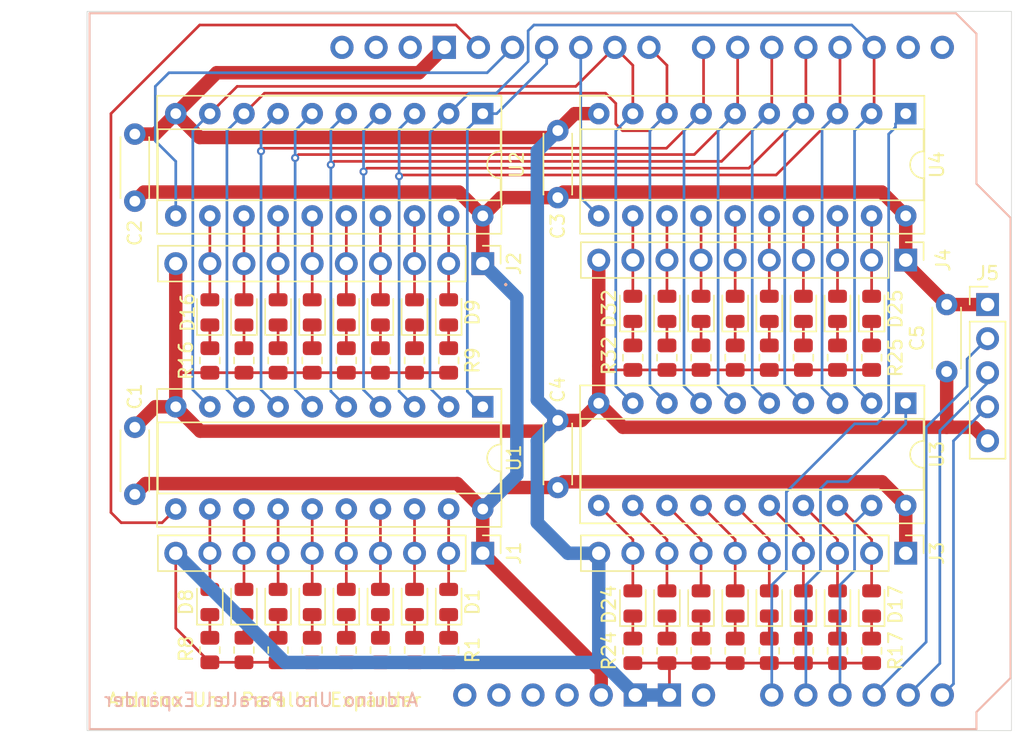
<source format=kicad_pcb>
(kicad_pcb (version 20240108) (generator "pcbnew") (generator_version "8.0")
  (layers (0 "F.Cu" signal) (31 "B.Cu" signal) (34 "B.Paste" user) (35 "F.Paste" user) (36 "B.SilkS" user "B.Silkscreen") (37 "F.SilkS" user "F.Silkscreen") (38 "B.Mask" user) (39 "F.Mask" user) (44 "Edge.Cuts" user))
  (net 0 "")
  (net 1 "/DB1")
  (net 2 "/CTRL_1")
  (net 3 "/AREF")
  (net 4 "/LE_A_PIN")
  (net 5 "/SCL")
  (net 6 "/DB3")
  (net 7 "+5V")
  (net 8 "/PIN19_C_PIN")
  (net 9 "/DB4")
  (net 10 "GND")
  (net 11 "/LE_D_PIN")
  (net 12 "/LE_B_PIN")
  (net 13 "/SDA")
  (net 14 "/DB5")
  (net 15 "/D0")
  (net 16 "/DB2")
  (net 17 "/DB0")
  (net 18 "/VIN")
  (net 19 "/DB6")
  (net 20 "/CTRL_2")
  (net 21 "/RST1")
  (net 22 "+3.3V")
  (net 23 "/OE_AB_PIN")
  (net 24 "/PIN1_C_PIN")
  (net 25 "/DB7")
  (net 26 "/CTRL_0")
  (net 27 "/PIN1_D_PIN")
  (net 28 "/IOREF")
  (net 29 "/D1")
  (net 30 "Net-(D1-A)")
  (net 31 "Net-(D2-A)")
  (net 32 "Net-(D3-A)")
  (net 33 "Net-(D4-A)")
  (net 34 "Net-(D5-A)")
  (net 35 "Net-(D6-A)")
  (net 36 "Net-(D7-A)")
  (net 37 "Net-(D8-A)")
  (net 38 "Net-(D9-A)")
  (net 39 "Net-(D10-A)")
  (net 40 "Net-(D11-A)")
  (net 41 "Net-(D12-A)")
  (net 42 "Net-(D13-A)")
  (net 43 "Net-(D14-A)")
  (net 44 "Net-(D15-A)")
  (net 45 "Net-(D16-A)")
  (net 46 "Net-(D17-A)")
  (net 47 "Net-(D18-A)")
  (net 48 "Net-(D19-A)")
  (net 49 "Net-(D20-A)")
  (net 50 "Net-(D21-A)")
  (net 51 "Net-(D22-A)")
  (net 52 "Net-(D23-A)")
  (net 53 "Net-(D24-A)")
  (net 54 "Net-(D25-A)")
  (net 55 "Net-(D26-A)")
  (net 56 "Net-(D27-A)")
  (net 57 "Net-(D28-A)")
  (net 58 "Net-(D29-A)")
  (net 59 "Net-(D30-A)")
  (net 60 "Net-(D31-A)")
  (net 61 "Net-(D32-A)")
  (net 62 "Net-(D1-K)")
  (net 63 "Net-(D2-K)")
  (net 64 "Net-(D3-K)")
  (net 65 "Net-(D4-K)")
  (net 66 "Net-(D5-K)")
  (net 67 "Net-(D6-K)")
  (net 68 "Net-(D7-K)")
  (net 69 "Net-(D8-K)")
  (net 70 "Net-(D9-K)")
  (net 71 "Net-(D10-K)")
  (net 72 "Net-(D11-K)")
  (net 73 "Net-(D12-K)")
  (net 74 "Net-(D13-K)")
  (net 75 "Net-(D14-K)")
  (net 76 "Net-(D15-K)")
  (net 77 "Net-(D16-K)")
  (net 78 "Net-(D17-K)")
  (net 79 "Net-(D18-K)")
  (net 80 "Net-(D19-K)")
  (net 81 "Net-(D20-K)")
  (net 82 "Net-(D21-K)")
  (net 83 "Net-(D22-K)")
  (net 84 "Net-(D23-K)")
  (net 85 "Net-(D24-K)")
  (net 86 "Net-(D25-K)")
  (net 87 "Net-(D26-K)")
  (net 88 "Net-(D27-K)")
  (net 89 "Net-(D28-K)")
  (net 90 "Net-(D29-K)")
  (net 91 "Net-(D30-K)")
  (net 92 "Net-(D31-K)")
  (net 93 "Net-(D32-K)")
  (footprint "Capacitor_THT:C_Disc_D4.3mm_W1.9mm_P5.00mm" (layer "F.Cu") (at 64.516 77.724 -90)
    (property "Reference" "C1")
    (property "Value" "100n")
  )
  (footprint "LED_SMD:LED_0805_2012Metric" (layer "F.Cu") (at 104.14 90.8535 90)
    (property "Reference" "D23" (hide yes))
    (property "Value" "LED" (hide yes))
  )
  (footprint "Resistor_SMD:R_0805_2012Metric" (layer "F.Cu") (at 87.884 72.7475 -90)
    (property "Reference" "R9")
    (property "Value" "1k" (hide yes))
  )
  (footprint "LED_SMD:LED_0805_2012Metric" (layer "F.Cu") (at 77.724 90.7465 90)
    (property "Reference" "D5" (hide yes))
    (property "Value" "LED" (hide yes))
  )
  (footprint "Resistor_SMD:R_0805_2012Metric" (layer "F.Cu") (at 82.804 94.3275 -90)
    (property "Reference" "R3" (hide yes))
    (property "Value" "1k" (hide yes))
  )
  (footprint "Resistor_SMD:R_0805_2012Metric" (layer "F.Cu") (at 85.344 72.7475 -90)
    (property "Reference" "R10" (hide yes))
    (property "Value" "1k" (hide yes))
  )
  (footprint "Resistor_SMD:R_0805_2012Metric" (layer "F.Cu") (at 106.68 94.3845 -90)
    (property "Reference" "R22" (hide yes))
    (property "Value" "1k" (hide yes))
  )
  (footprint "Resistor_SMD:R_0805_2012Metric" (layer "F.Cu") (at 80.264 94.3275 -90)
    (property "Reference" "R4" (hide yes))
    (property "Value" "1k" (hide yes))
  )
  (footprint "LED_SMD:LED_0805_2012Metric" (layer "F.Cu") (at 116.84 90.8535 90)
    (property "Reference" "D18" (hide yes))
    (property "Value" "LED" (hide yes))
  )
  (footprint "Capacitor_THT:C_Disc_D4.3mm_W1.9mm_P5.00mm" (layer "F.Cu") (at 64.516 55.88 -90)
    (property "Reference" "C2")
    (property "Value" "100n")
  )
  (footprint "Resistor_SMD:R_0805_2012Metric" (layer "F.Cu") (at 114.3 72.5405 -90)
    (property "Reference" "R27" (hide yes))
    (property "Value" "1k" (hide yes))
  )
  (footprint "LED_SMD:LED_0805_2012Metric" (layer "F.Cu") (at 109.22 68.9025 90)
    (property "Reference" "D29" (hide yes))
    (property "Value" "LED" (hide yes))
  )
  (footprint "LED_SMD:LED_0805_2012Metric" (layer "F.Cu") (at 106.68 90.8535 90)
    (property "Reference" "D22" (hide yes))
    (property "Value" "LED" (hide yes))
  )
  (footprint "Resistor_SMD:R_0805_2012Metric" (layer "F.Cu") (at 116.84 72.5405 -90)
    (property "Reference" "R26" (hide yes))
    (property "Value" "1k" (hide yes))
  )
  (footprint "Resistor_SMD:R_0805_2012Metric" (layer "F.Cu") (at 114.3 94.3845 -90)
    (property "Reference" "R19" (hide yes))
    (property "Value" "1k" (hide yes))
  )
  (footprint "footprints:Arduino_Uno_R3_Shield" (layer "F.Cu") (at 61.1452 100.217437)
    (property "Reference" "A1" (hide yes))
    (property "Value" "Arduino_Uno_R3_Shield" (hide yes))
  )
  (footprint "LED_SMD:LED_0805_2012Metric" (layer "F.Cu") (at 75.184 90.7465 90)
    (property "Reference" "D6" (hide yes))
    (property "Value" "LED" (hide yes))
  )
  (footprint "LED_SMD:LED_0805_2012Metric" (layer "F.Cu") (at 72.644 90.7465 90)
    (property "Reference" "D7" (hide yes))
    (property "Value" "LED" (hide yes))
  )
  (footprint "Connector_PinHeader_2.54mm:PinHeader_1x10_P2.54mm_Vertical" (layer "F.Cu") (at 121.92 87.112 -90)
    (property "Reference" "J3")
    (property "Value" "Header")
  )
  (footprint "LED_SMD:LED_0805_2012Metric" (layer "F.Cu") (at 87.884 90.7465 90)
    (property "Reference" "D1")
    (property "Value" "LED" (hide yes))
  )
  (footprint "Resistor_SMD:R_0805_2012Metric" (layer "F.Cu") (at 85.344 94.3275 -90)
    (property "Reference" "R2" (hide yes))
    (property "Value" "1k" (hide yes))
  )
  (footprint "LED_SMD:LED_0805_2012Metric" (layer "F.Cu") (at 111.76 68.9025 90)
    (property "Reference" "D28" (hide yes))
    (property "Value" "LED" (hide yes))
  )
  (footprint "Package_DIP:DIP-20_W7.62mm_Socket" (layer "F.Cu") (at 90.424 76.2 -90)
    (property "Reference" "U1")
    (property "Value" "74LS573")
  )
  (footprint "Resistor_SMD:R_0805_2012Metric" (layer "F.Cu") (at 77.724 94.3275 -90)
    (property "Reference" "R5" (hide yes))
    (property "Value" "1k" (hide yes))
  )
  (footprint "Resistor_SMD:R_0805_2012Metric" (layer "F.Cu") (at 111.76 94.3845 -90)
    (property "Reference" "R20" (hide yes))
    (property "Value" "1k" (hide yes))
  )
  (footprint "Package_DIP:DIP-20_W7.62mm_Socket" (layer "F.Cu") (at 90.424 54.356 -90)
    (property "Reference" "U2")
    (property "Value" "74LS573")
  )
  (footprint "Resistor_SMD:R_0805_2012Metric" (layer "F.Cu") (at 106.68 72.5405 -90)
    (property "Reference" "R30" (hide yes))
    (property "Value" "1k" (hide yes))
  )
  (footprint "Package_DIP:DIP-20_W7.62mm_Socket" (layer "F.Cu") (at 121.92 54.356 -90)
    (property "Reference" "U4")
    (property "Value" "74LS573")
  )
  (footprint "LED_SMD:LED_0805_2012Metric" (layer "F.Cu") (at 70.104 90.7465 90)
    (property "Reference" "D8")
    (property "Value" "LED" (hide yes))
  )
  (footprint "Resistor_SMD:R_0805_2012Metric" (layer "F.Cu") (at 119.38 94.3845 -90)
    (property "Reference" "R17")
    (property "Value" "1k" (hide yes))
  )
  (footprint "LED_SMD:LED_0805_2012Metric" (layer "F.Cu") (at 77.724 69.1665 90)
    (property "Reference" "D13" (hide yes))
    (property "Value" "LED" (hide yes))
  )
  (footprint "LED_SMD:LED_0805_2012Metric" (layer "F.Cu") (at 106.68 68.9025 90)
    (property "Reference" "D30" (hide yes))
    (property "Value" "LED" (hide yes))
  )
  (footprint "Connector_PinHeader_2.54mm:PinHeader_1x10_P2.54mm_Vertical" (layer "F.Cu") (at 90.424 65.532 -90)
    (property "Reference" "J2")
    (property "Value" "Header")
  )
  (footprint "LED_SMD:LED_0805_2012Metric" (layer "F.Cu") (at 75.184 69.1665 90)
    (property "Reference" "D14" (hide yes))
    (property "Value" "LED" (hide yes))
  )
  (footprint "LED_SMD:LED_0805_2012Metric" (layer "F.Cu") (at 101.6 90.8535 90)
    (property "Reference" "D24")
    (property "Value" "LED" (hide yes))
  )
  (footprint "Resistor_SMD:R_0805_2012Metric" (layer "F.Cu") (at 109.22 72.5405 -90)
    (property "Reference" "R29" (hide yes))
    (property "Value" "1k" (hide yes))
  )
  (footprint "Capacitor_THT:C_Disc_D4.3mm_W1.9mm_P5.00mm" (layer "F.Cu") (at 96.012 55.616 -90)
    (property "Reference" "C3")
    (property "Value" "100n")
  )
  (footprint "Resistor_SMD:R_0805_2012Metric" (layer "F.Cu") (at 87.884 94.3275 -90)
    (property "Reference" "R1")
    (property "Value" "1k" (hide yes))
  )
  (footprint "Resistor_SMD:R_0805_2012Metric" (layer "F.Cu") (at 77.724 72.7475 -90)
    (property "Reference" "R13" (hide yes))
    (property "Value" "1k" (hide yes))
  )
  (footprint "LED_SMD:LED_0805_2012Metric" (layer "F.Cu") (at 114.3 68.9025 90)
    (property "Reference" "D27" (hide yes))
    (property "Value" "LED" (hide yes))
  )
  (footprint "Resistor_SMD:R_0805_2012Metric" (layer "F.Cu") (at 72.644 72.7475 -90)
    (property "Reference" "R15" (hide yes))
    (property "Value" "1k" (hide yes))
  )
  (footprint "Resistor_SMD:R_0805_2012Metric" (layer "F.Cu") (at 72.644 94.3275 -90)
    (property "Reference" "R7" (hide yes))
    (property "Value" "1k" (hide yes))
  )
  (footprint "LED_SMD:LED_0805_2012Metric" (layer "F.Cu") (at 70.104 69.1665 90)
    (property "Reference" "D16")
    (property "Value" "LED" (hide yes))
  )
  (footprint "LED_SMD:LED_0805_2012Metric" (layer "F.Cu") (at 114.3 90.8535 90)
    (property "Reference" "D19" (hide yes))
    (property "Value" "LED" (hide yes))
  )
  (footprint "LED_SMD:LED_0805_2012Metric" (layer "F.Cu") (at 85.344 90.7465 90)
    (property "Reference" "D2" (hide yes))
    (property "Value" "LED" (hide yes))
  )
  (footprint "Resistor_SMD:R_0805_2012Metric" (layer "F.Cu") (at 116.84 94.3845 -90)
    (property "Reference" "R18" (hide yes))
    (property "Value" "1k" (hide yes))
  )
  (footprint "Resistor_SMD:R_0805_2012Metric" (layer "F.Cu") (at 80.264 72.7475 -90)
    (property "Reference" "R12" (hide yes))
    (property "Value" "1k" (hide yes))
  )
  (footprint "Resistor_SMD:R_0805_2012Metric" (layer "F.Cu") (at 75.184 72.7475 -90)
    (property "Reference" "R14" (hide yes))
    (property "Value" "1k" (hide yes))
  )
  (footprint "LED_SMD:LED_0805_2012Metric" (layer "F.Cu") (at 119.38 90.8535 90)
    (property "Reference" "D17")
    (property "Value" "LED" (hide yes))
  )
  (footprint "LED_SMD:LED_0805_2012Metric" (layer "F.Cu") (at 119.38 68.9025 90)
    (property "Reference" "D25")
    (property "Value" "LED" (hide yes))
  )
  (footprint "LED_SMD:LED_0805_2012Metric" (layer "F.Cu") (at 109.22 90.8535 90)
    (property "Reference" "D21" (hide yes))
    (property "Value" "LED" (hide yes))
  )
  (footprint "Resistor_SMD:R_0805_2012Metric" (layer "F.Cu") (at 104.14 72.5405 -90)
    (property "Reference" "R31" (hide yes))
    (property "Value" "1k" (hide yes))
  )
  (footprint "Resistor_SMD:R_0805_2012Metric" (layer "F.Cu") (at 111.76 72.5405 -90)
    (property "Reference" "R28" (hide yes))
    (property "Value" "1k" (hide yes))
  )
  (footprint "LED_SMD:LED_0805_2012Metric" (layer "F.Cu") (at 116.84 68.9025 90)
    (property "Reference" "D26" (hide yes))
    (property "Value" "LED" (hide yes))
  )
  (footprint "Resistor_SMD:R_0805_2012Metric" (layer "F.Cu") (at 70.104 72.7475 -90)
    (property "Reference" "R16")
    (property "Value" "1k" (hide yes))
  )
  (footprint "Resistor_SMD:R_0805_2012Metric" (layer "F.Cu") (at 104.14 94.3845 -90)
    (property "Reference" "R23" (hide yes))
    (property "Value" "1k" (hide yes))
  )
  (footprint "LED_SMD:LED_0805_2012Metric" (layer "F.Cu") (at 82.804 69.1665 90)
    (property "Reference" "D11" (hide yes))
    (property "Value" "LED" (hide yes))
  )
  (footprint "LED_SMD:LED_0805_2012Metric" (layer "F.Cu") (at 72.644 69.1665 90)
    (property "Reference" "D15" (hide yes))
    (property "Value" "LED" (hide yes))
  )
  (footprint "Capacitor_THT:C_Disc_D4.3mm_W1.9mm_P5.00mm" (layer "F.Cu") (at 96.012 77.216 -90)
    (property "Reference" "C4")
    (property "Value" "100n")
  )
  (footprint "Package_DIP:DIP-20_W7.62mm_Socket" (layer "F.Cu") (at 121.92 75.936 -90)
    (property "Reference" "U3")
    (property "Value" "74LS245")
  )
  (footprint "Capacitor_THT:C_Disc_D4.3mm_W1.9mm_P5.00mm" (layer "F.Cu") (at 124.968 73.58 90)
    (property "Reference" "C5")
    (property "Value" "100n")
  )
  (footprint "Connector_PinHeader_2.54mm:PinHeader_1x10_P2.54mm_Vertical" (layer "F.Cu") (at 121.92 65.268 -90)
    (property "Reference" "J4")
    (property "Value" "Header")
  )
  (footprint "Resistor_SMD:R_0805_2012Metric" (layer "F.Cu") (at 109.22 94.3845 -90)
    (property "Reference" "R21" (hide yes))
    (property "Value" "1k" (hide yes))
  )
  (footprint "LED_SMD:LED_0805_2012Metric" (layer "F.Cu") (at 87.884 69.1665 90)
    (property "Reference" "D9")
    (property "Value" "LED" (hide yes))
  )
  (footprint "LED_SMD:LED_0805_2012Metric" (layer "F.Cu") (at 80.264 69.1665 90)
    (property "Reference" "D12" (hide yes))
    (property "Value" "LED" (hide yes))
  )
  (footprint "LED_SMD:LED_0805_2012Metric" (layer "F.Cu") (at 80.264 90.7465 90)
    (property "Reference" "D4" (hide yes))
    (property "Value" "LED" (hide yes))
  )
  (footprint "Resistor_SMD:R_0805_2012Metric" (layer "F.Cu") (at 75.184 94.3275 -90)
    (property "Reference" "R6" (hide yes))
    (property "Value" "1k" (hide yes))
  )
  (footprint "Connector_PinHeader_2.54mm:PinHeader_1x05_P2.54mm_Vertical" (layer "F.Cu") (at 128.016 68.58)
    (property "Reference" "J5")
    (property "Value" "Header")
  )
  (footprint "Resistor_SMD:R_0805_2012Metric" (layer "F.Cu") (at 119.38 72.5405 -90)
    (property "Reference" "R25")
    (property "Value" "1k" (hide yes))
  )
  (footprint "LED_SMD:LED_0805_2012Metric" (layer "F.Cu") (at 82.804 90.7465 90)
    (property "Reference" "D3" (hide yes))
    (property "Value" "LED" (hide yes))
  )
  (footprint "Resistor_SMD:R_0805_2012Metric" (layer "F.Cu") (at 101.6 72.5405 -90)
    (property "Reference" "R32")
    (property "Value" "1k" (hide yes))
  )
  (footprint "Resistor_SMD:R_0805_2012Metric" (layer "F.Cu") (at 70.104 94.3275 -90)
    (property "Reference" "R8")
    (property "Value" "1k" (hide yes))
  )
  (footprint "LED_SMD:LED_0805_2012Metric" (layer "F.Cu") (at 111.76 90.8535 90)
    (property "Reference" "D20" (hide yes))
    (property "Value" "LED" (hide yes))
  )
  (footprint "LED_SMD:LED_0805_2012Metric" (layer "F.Cu") (at 85.344 69.1665 90)
    (property "Reference" "D10" (hide yes))
    (property "Value" "LED" (hide yes))
  )
  (footprint "Connector_PinHeader_2.54mm:PinHeader_1x10_P2.54mm_Vertical" (layer "F.Cu") (at 90.424 87.112 -90)
    (property "Reference" "J1")
    (property "Value" "Header")
  )
  (footprint "LED_SMD:LED_0805_2012Metric" (layer "F.Cu") (at 101.6 68.9025 90)
    (property "Reference" "D32")
    (property "Value" "LED" (hide yes))
  )
  (footprint "Resistor_SMD:R_0805_2012Metric" (layer "F.Cu") (at 101.6 94.3845 -90)
    (property "Reference" "R24")
    (property "Value" "1k" (hide yes))
  )
  (footprint "LED_SMD:LED_0805_2012Metric" (layer "F.Cu") (at 104.14 68.9025 90)
    (property "Reference" "D31" (hide yes))
    (property "Value" "LED" (hide yes))
  )
  (footprint "Resistor_SMD:R_0805_2012Metric" (layer "F.Cu") (at 82.804 72.7475 -90)
    (property "Reference" "R11" (hide yes))
    (property "Value" "1k" (hide yes))
  )
  (gr_rect (start 60.96 46.736) (end 129.794 100.33) (stroke (width 0.05)) (fill none) (layer "Edge.Cuts"))
  (segment (start 116.84 54.356) (end 112.268 58.928) (width 0.2) (layer "F.Cu") (net 1))
  (segment (start 84.356 58.928) (end 112.268 58.928) (width 0.2) (layer "F.Cu") (net 1))
  (segment (start 117.0252 49.417437) (end 117.0252 54.1708) (width 0.2) (layer "F.Cu") (net 1))
  (segment (start 117.0252 54.1708) (end 116.84 54.356) (width 0.2) (layer "F.Cu") (net 1))
  (via (at 84.194 59.02) (size 0.6) (drill 0.3) (layers "F.Cu" "B.Cu") (net 1))
  (segment (start 115.69 74.786) (end 116.84 75.936) (width 0.2) (layer "B.Cu") (net 1))
  (segment (start 84.194 75.05) (end 85.344 76.2) (width 0.2) (layer "B.Cu") (net 1))
  (segment (start 85.344 54.356) (end 84.194 55.506) (width 0.2) (layer "B.Cu") (net 1))
  (segment (start 116.84 54.356) (end 115.69 55.506) (width 0.2) (layer "B.Cu") (net 1))
  (segment (start 84.194 59.182) (end 84.194 75.05) (width 0.2) (layer "B.Cu") (net 1))
  (segment (start 84.194 55.506) (end 84.194 59.182) (width 0.2) (layer "B.Cu") (net 1))
  (segment (start 115.69 55.506) (end 115.69 74.786) (width 0.2) (layer "B.Cu") (net 1))
  (segment (start 122.1052 97.677437) (end 124.46 95.322637) (width 0.2) (layer "B.Cu") (net 2))
  (segment (start 128.016 74.422) (end 124.46 77.978) (width 0.2) (layer "B.Cu") (net 2))
  (segment (start 124.46 95.322637) (end 124.46 77.978) (width 0.2) (layer "B.Cu") (net 2))
  (segment (start 128.016 73.66) (end 128.016 74.422) (width 0.2) (layer "B.Cu") (net 2))
  (segment (start 62.738 54.356) (end 69.342 47.752) (width 0.2) (layer "F.Cu") (net 4))
  (segment (start 67.564 83.82) (end 66.548 84.836) (width 0.2) (layer "F.Cu") (net 4))
  (segment (start 62.738 84.074) (end 62.738 54.356) (width 0.2) (layer "F.Cu") (net 4))
  (segment (start 63.5 84.836) (end 62.738 84.074) (width 0.2) (layer "F.Cu") (net 4))
  (segment (start 69.342 47.752) (end 88.435763 47.752) (width 0.2) (layer "F.Cu") (net 4))
  (segment (start 66.548 84.836) (end 63.5 84.836) (width 0.2) (layer "F.Cu") (net 4))
  (segment (start 88.435763 47.752) (end 90.1012 49.417437) (width 0.2) (layer "F.Cu") (net 4))
  (segment (start 79.114 58.166) (end 79.368 57.912) (width 0.2) (layer "F.Cu") (net 6))
  (segment (start 111.9452 54.1708) (end 111.76 54.356) (width 0.2) (layer "F.Cu") (net 6))
  (segment (start 111.9452 49.417437) (end 111.9452 54.1708) (width 0.2) (layer "F.Cu") (net 6))
  (segment (start 79.368 57.912) (end 108.204 57.912) (width 0.2) (layer "F.Cu") (net 6))
  (segment (start 108.204 57.912) (end 111.76 54.356) (width 0.2) (layer "F.Cu") (net 6))
  (via (at 79.114 58.166) (size 0.6) (drill 0.3) (layers "F.Cu" "B.Cu") (net 6))
  (segment (start 111.76 54.356) (end 110.49 55.626) (width 0.2) (layer "B.Cu") (net 6))
  (segment (start 110.49 74.666) (end 111.76 75.936) (width 0.2) (layer "B.Cu") (net 6))
  (segment (start 79.114 55.506) (end 79.114 75.05) (width 0.2) (layer "B.Cu") (net 6))
  (segment (start 110.49 55.626) (end 110.49 74.666) (width 0.2) (layer "B.Cu") (net 6))
  (segment (start 79.114 75.05) (end 80.264 76.2) (width 0.2) (layer "B.Cu") (net 6))
  (segment (start 80.264 54.356) (end 79.114 55.506) (width 0.2) (layer "B.Cu") (net 6))
  (segment (start 90.424 61.976) (end 90.424 65.532) (width 1) (layer "F.Cu") (net 7))
  (segment (start 124.968 68.58) (end 128.016 68.58) (width 1) (layer "F.Cu") (net 7))
  (segment (start 90.424 83.82) (end 88.528001 81.924001) (width 1) (layer "F.Cu") (net 7))
  (segment (start 121.92 65.268) (end 121.92 61.976) (width 1) (layer "F.Cu") (net 7))
  (segment (start 96.012 82.216) (end 92.028 82.216) (width 1) (layer "F.Cu") (net 7))
  (segment (start 121.92 83.556) (end 120.152 81.788) (width 1) (layer "F.Cu") (net 7))
  (segment (start 92.028 82.216) (end 90.424 83.82) (width 1) (layer "F.Cu") (net 7))
  (segment (start 99.2452 95.9332) (end 99.2452 97.677437) (width 1) (layer "F.Cu") (net 7))
  (segment (start 65.198 60.198) (end 64.516 60.88) (width 1) (layer "F.Cu") (net 7))
  (segment (start 91.784 60.616) (end 90.424 61.976) (width 1) (layer "F.Cu") (net 7))
  (segment (start 90.424 87.112) (end 99.2452 95.9332) (width 1) (layer "F.Cu") (net 7))
  (segment (start 120.142 60.198) (end 121.92 61.976) (width 1) (layer "F.Cu") (net 7))
  (segment (start 65.315999 81.924001) (end 64.516 82.724) (width 1) (layer "F.Cu") (net 7))
  (segment (start 96.43 60.198) (end 120.142 60.198) (width 1) (layer "F.Cu") (net 7))
  (segment (start 121.92 83.556) (end 121.92 87.112) (width 1) (layer "F.Cu") (net 7))
  (segment (start 88.646 60.198) (end 65.198 60.198) (width 1) (layer "F.Cu") (net 7))
  (segment (start 96.44 81.788) (end 96.012 82.216) (width 1) (layer "F.Cu") (net 7))
  (segment (start 121.92 65.268) (end 121.92 65.532) (width 1) (layer "F.Cu") (net 7))
  (segment (start 120.152 81.788) (end 96.44 81.788) (width 1) (layer "F.Cu") (net 7))
  (segment (start 121.92 65.532) (end 124.968 68.58) (width 1) (layer "F.Cu") (net 7))
  (segment (start 96.012 60.616) (end 96.43 60.198) (width 1) (layer "F.Cu") (net 7))
  (segment (start 88.528001 81.924001) (end 65.315999 81.924001) (width 1) (layer "F.Cu") (net 7))
  (segment (start 90.424 83.82) (end 90.424 87.112) (width 1) (layer "F.Cu") (net 7))
  (segment (start 96.012 60.616) (end 91.784 60.616) (width 1) (layer "F.Cu") (net 7))
  (segment (start 90.424 61.976) (end 88.646 60.198) (width 1) (layer "F.Cu") (net 7))
  (segment (start 92.964 81.28) (end 92.964 68.072) (width 1) (layer "B.Cu") (net 7))
  (segment (start 90.424 83.82) (end 92.964 81.28) (width 1) (layer "B.Cu") (net 7))
  (segment (start 92.964 68.072) (end 90.424 65.532) (width 1) (layer "B.Cu") (net 7))
  (segment (start 117.0252 89.4768) (end 117.0252 97.677437) (width 0.2) (layer "B.Cu") (net 8))
  (segment (start 119.38 83.556) (end 118.11 84.826) (width 0.2) (layer "B.Cu") (net 8))
  (segment (start 118.11 88.392) (end 117.0252 89.4768) (width 0.2) (layer "B.Cu") (net 8))
  (segment (start 118.11 84.826) (end 118.11 88.392) (width 0.2) (layer "B.Cu") (net 8))
  (segment (start 109.4052 54.1708) (end 109.22 54.356) (width 0.2) (layer "F.Cu") (net 9))
  (segment (start 106.172 57.404) (end 109.22 54.356) (width 0.2) (layer "F.Cu") (net 9))
  (segment (start 109.4052 49.417437) (end 109.4052 54.1708) (width 0.2) (layer "F.Cu") (net 9))
  (segment (start 76.454 57.658) (end 76.708 57.404) (width 0.2) (layer "F.Cu") (net 9))
  (segment (start 76.708 57.404) (end 106.172 57.404) (width 0.2) (layer "F.Cu") (net 9))
  (via (at 76.454 57.658) (size 0.6) (drill 0.3) (layers "F.Cu" "B.Cu") (net 9))
  (segment (start 76.454 55.626) (end 76.454 74.93) (width 0.2) (layer "B.Cu") (net 9))
  (segment (start 109.22 54.356) (end 107.95 55.626) (width 0.2) (layer "B.Cu") (net 9))
  (segment (start 107.95 74.666) (end 109.22 75.936) (width 0.2) (layer "B.Cu") (net 9))
  (segment (start 76.454 74.93) (end 77.724 76.2) (width 0.2) (layer "B.Cu") (net 9))
  (segment (start 107.95 55.626) (end 107.95 74.666) (width 0.2) (layer "B.Cu") (net 9))
  (segment (start 77.724 54.356) (end 76.454 55.626) (width 0.2) (layer "B.Cu") (net 9))
  (segment (start 75.184 95.24) (end 72.644 95.24) (width 0.2) (layer "F.Cu") (net 10))
  (segment (start 114.3 73.453) (end 111.76 73.453) (width 0.2) (layer "F.Cu") (net 10))
  (segment (start 82.804 73.66) (end 85.344 73.66) (width 0.2) (layer "F.Cu") (net 10))
  (segment (start 106.68 95.297) (end 109.22 95.297) (width 0.2) (layer "F.Cu") (net 10))
  (segment (start 99.361 73.453) (end 99.06 73.152) (width 0.2) (layer "F.Cu") (net 10))
  (segment (start 109.22 73.453) (end 106.68 73.453) (width 0.2) (layer "F.Cu") (net 10))
  (segment (start 66.04 76.2) (end 64.516 77.724) (width 1) (layer "F.Cu") (net 10))
  (segment (start 104.14 95.297) (end 104.14 95.504) (width 0.2) (layer "F.Cu") (net 10))
  (segment (start 69.379999 78.015999) (end 95.212001 78.015999) (width 1) (layer "F.Cu") (net 10))
  (segment (start 67.564 73.66) (end 67.564 65.532) (width 1) (layer "F.Cu") (net 10))
  (segment (start 99.06 75.936) (end 99.06 73.152) (width 1) (layer "F.Cu") (net 10))
  (segment (start 99.06 75.936) (end 100.848 77.724) (width 1) (layer "F.Cu") (net 10))
  (segment (start 95.494 56.134) (end 96.012 55.616) (width 1) (layer "F.Cu") (net 10))
  (segment (start 85.344 73.66) (end 87.884 73.66) (width 0.2) (layer "F.Cu") (net 10))
  (segment (start 69.342 56.134) (end 95.494 56.134) (width 1) (layer "F.Cu") (net 10))
  (segment (start 70.104 95.24) (end 67.564 92.7) (width 0.2) (layer "F.Cu") (net 10))
  (segment (start 104.14 95.504) (end 104.3252 95.6892) (width 0.2) (layer "F.Cu") (net 10))
  (segment (start 75.184 73.66) (end 77.724 73.66) (width 0.2) (layer "F.Cu") (net 10))
  (segment (start 96.012 77.216) (end 97.78 77.216) (width 1) (layer "F.Cu") (net 10))
  (segment (start 116.84 73.453) (end 114.3 73.453) (width 0.2) (layer "F.Cu") (net 10))
  (segment (start 104.3252 95.6892) (end 104.3252 97.677437) (width 0.2) (layer "F.Cu") (net 10))
  (segment (start 127 77.724) (end 128.016 78.74) (width 1) (layer "F.Cu") (net 10))
  (segment (start 99.06 54.356) (end 97.272 54.356) (width 1) (layer "F.Cu") (net 10))
  (segment (start 124.968 77.724) (end 127 77.724) (width 1) (layer "F.Cu") (net 10))
  (segment (start 109.22 95.297) (end 111.76 95.297) (width 0.2) (layer "F.Cu") (net 10))
  (segment (start 66.04 55.88) (end 67.564 54.356) (width 1) (layer "F.Cu") (net 10))
  (segment (start 104.14 73.453) (end 101.6 73.453) (width 0.2) (layer "F.Cu") (net 10))
  (segment (start 70.104 73.66) (end 72.644 73.66) (width 0.2) (layer "F.Cu") (net 10))
  (segment (start 101.6 95.297) (end 104.14 95.297) (width 0.2) (layer "F.Cu") (net 10))
  (segment (start 77.724 73.66) (end 80.264 73.66) (width 0.2) (layer "F.Cu") (net 10))
  (segment (start 82.804 95.24) (end 80.264 95.24) (width 0.2) (layer "F.Cu") (net 10))
  (segment (start 114.3 95.297) (end 116.84 95.297) (width 0.2) (layer "F.Cu") (net 10))
  (segment (start 67.564 76.2) (end 69.379999 78.015999) (width 1) (layer "F.Cu") (net 10))
  (segment (start 99.06 73.152) (end 99.06 65.268) (width 1) (layer "F.Cu") (net 10))
  (segment (start 67.564 76.2) (end 67.564 73.66) (width 1) (layer "F.Cu") (net 10))
  (segment (start 95.212001 78.015999) (end 96.012 77.216) (width 1) (layer "F.Cu") (net 10))
  (segment (start 67.564 92.7) (end 67.564 87.112) (width 0.2) (layer "F.Cu") (net 10))
  (segment (start 67.564 54.356) (end 69.342 56.134) (width 1) (layer "F.Cu") (net 10))
  (segment (start 106.68 73.453) (end 104.14 73.453) (width 0.2) (layer "F.Cu") (net 10))
  (segment (start 101.6 73.453) (end 99.361 73.453) (width 0.2) (layer "F.Cu") (net 10))
  (segment (start 87.5612 49.417437) (end 85.670637 51.308) (width 1) (layer "F.Cu") (net 10))
  (segment (start 100.848 77.724) (end 124.968 77.724) (width 1) (layer "F.Cu") (net 10))
  (segment (start 82.804 95.24) (end 85.344 95.24) (width 0.2) (layer "F.Cu") (net 10))
  (segment (start 97.78 77.216) (end 99.06 75.936) (width 1) (layer "F.Cu") (net 10))
  (segment (start 70.612 51.308) (end 67.564 54.356) (width 1) (layer "F.Cu") (net 10))
  (segment (start 111.76 95.297) (end 114.3 95.297) (width 0.2) (layer "F.Cu") (net 10))
  (segment (start 67.564 76.2) (end 66.04 76.2) (width 1) (layer "F.Cu") (net 10))
  (segment (start 119.38 73.453) (end 116.84 73.453) (width 0.2) (layer "F.Cu") (net 10))
  (segment (start 124.968 73.58) (end 124.968 77.724) (width 1) (layer "F.Cu") (net 10))
  (segment (start 111.76 73.453) (end 109.22 73.453) (width 0.2) (layer "F.Cu") (net 10))
  (segment (start 104.14 95.297) (end 106.68 95.297) (width 0.2) (layer "F.Cu") (net 10))
  (segment (start 64.516 55.88) (end 66.04 55.88) (width 1) (layer "F.Cu") (net 10))
  (segment (start 77.724 95.24) (end 75.184 95.24) (width 0.2) (layer "F.Cu") (net 10))
  (segment (start 80.264 73.66) (end 82.804 73.66) (width 0.2) (layer "F.Cu") (net 10))
  (segment (start 87.884 95.24) (end 85.344 95.24) (width 0.2) (layer "F.Cu") (net 10))
  (segment (start 97.272 54.356) (end 96.012 55.616) (width 1) (layer "F.Cu") (net 10))
  (segment (start 72.644 73.66) (end 75.184 73.66) (width 0.2) (layer "F.Cu") (net 10))
  (segment (start 70.104 73.66) (end 67.564 73.66) (width 0.2) (layer "F.Cu") (net 10))
  (segment (start 72.644 95.24) (end 70.104 95.24) (width 0.2) (layer "F.Cu") (net 10))
  (segment (start 80.264 95.24) (end 77.724 95.24) (width 0.2) (layer "F.Cu") (net 10))
  (segment (start 116.84 95.297) (end 119.38 95.297) (width 0.2) (layer "F.Cu") (net 10))
  (segment (start 85.670637 51.308) (end 70.612 51.308) (width 1) (layer "F.Cu") (net 10))
  (segment (start 99.357763 95.25) (end 75.702 95.25) (width 1) (layer "B.Cu") (net 10))
  (segment (start 75.702 95.25) (end 67.564 87.112) (width 1) (layer "B.Cu") (net 10))
  (segment (start 101.7852 97.677437) (end 99.357763 95.25) (width 1) (layer "B.Cu") (net 10))
  (segment (start 96.012 55.616) (end 94.488 57.14) (width 1) (layer "B.Cu") (net 10))
  (segment (start 94.488 57.14) (end 94.488 75.692) (width 1) (layer "B.Cu") (net 10))
  (segment (start 99.103763 94.996) (end 99.06 94.996) (width 0.2) (layer "B.Cu") (net 10))
  (segment (start 94.488 75.692) (end 96.012 77.216) (width 1) (layer "B.Cu") (net 10))
  (segment (start 101.7852 97.677437) (end 99.103763 94.996) (width 1) (layer "B.Cu") (net 10))
  (segment (start 94.488 84.836) (end 94.488 78.74) (width 1) (layer "B.Cu") (net 10))
  (segment (start 96.764 87.112) (end 94.488 84.836) (width 1) (layer "B.Cu") (net 10))
  (segment (start 94.488 78.74) (end 96.012 77.216) (width 1) (layer "B.Cu") (net 10))
  (segment (start 99.06 87.112) (end 96.764 87.112) (width 1) (layer "B.Cu") (net 10))
  (segment (start 101.7852 97.677437) (end 104.3252 97.677437) (width 1) (layer "B.Cu") (net 10))
  (segment (start 99.06 94.996) (end 99.06 87.112) (width 1) (layer "B.Cu") (net 10))
  (segment (start 97.7212 49.417437) (end 97.7212 60.6372) (width 0.2) (layer "B.Cu") (net 11))
  (segment (start 97.7212 60.6372) (end 99.06 61.976) (width 0.2) (layer "B.Cu") (net 11))
  (segment (start 67.564 57.912) (end 67.564 61.976) (width 0.2) (layer "B.Cu") (net 12))
  (segment (start 66.04 56.388) (end 67.564 57.912) (width 0.2) (layer "B.Cu") (net 12))
  (segment (start 90.750637 51.308) (end 67.056 51.308) (width 0.2) (layer "B.Cu") (net 12))
  (segment (start 92.6412 49.417437) (end 90.750637 51.308) (width 0.2) (layer "B.Cu") (net 12))
  (segment (start 66.04 52.324) (end 66.04 56.388) (width 0.2) (layer "B.Cu") (net 12))
  (segment (start 67.056 51.308) (end 66.04 52.324) (width 0.2) (layer "B.Cu") (net 12))
  (segment (start 73.914 57.15) (end 74.13 56.934) (width 0.2) (layer "F.Cu") (net 14))
  (segment (start 106.8652 49.417437) (end 106.8652 54.1708) (width 0.2) (layer "F.Cu") (net 14))
  (segment (start 74.13 56.934) (end 104.102 56.934) (width 0.2) (layer "F.Cu") (net 14))
  (segment (start 106.8652 54.1708) (end 106.68 54.356) (width 0.2) (layer "F.Cu") (net 14))
  (segment (start 104.102 56.934) (end 106.68 54.356) (width 0.2) (layer "F.Cu") (net 14))
  (via (at 73.914 57.15) (size 0.6) (drill 0.3) (layers "F.Cu" "B.Cu") (net 14))
  (segment (start 73.914 74.93) (end 75.184 76.2) (width 0.2) (layer "B.Cu") (net 14))
  (segment (start 75.184 54.356) (end 73.914 55.626) (width 0.2) (layer "B.Cu") (net 14))
  (segment (start 105.41 74.666) (end 106.68 75.936) (width 0.2) (layer "B.Cu") (net 14))
  (segment (start 73.914 55.626) (end 73.914 74.93) (width 0.2) (layer "B.Cu") (net 14))
  (segment (start 105.41 55.626) (end 105.41 74.666) (width 0.2) (layer "B.Cu") (net 14))
  (segment (start 106.68 54.356) (end 105.41 55.626) (width 0.2) (layer "B.Cu") (net 14))
  (segment (start 110.236 58.42) (end 114.3 54.356) (width 0.2) (layer "F.Cu") (net 16))
  (segment (start 114.4852 49.417437) (end 114.4852 54.1708) (width 0.2) (layer "F.Cu") (net 16))
  (segment (start 114.4852 54.1708) (end 114.3 54.356) (width 0.2) (layer "F.Cu") (net 16))
  (segment (start 81.802 58.42) (end 110.236 58.42) (width 0.2) (layer "F.Cu") (net 16))
  (segment (start 81.548 58.674) (end 81.802 58.42) (width 0.2) (layer "F.Cu") (net 16))
  (via (at 81.548 58.674) (size 0.6) (drill 0.3) (layers "F.Cu" "B.Cu") (net 16))
  (segment (start 82.804 54.356) (end 81.548 55.612) (width 0.2) (layer "B.Cu") (net 16))
  (segment (start 112.91 55.746) (end 112.91 74.546) (width 0.2) (layer "B.Cu") (net 16))
  (segment (start 112.91 74.546) (end 114.3 75.936) (width 0.2) (layer "B.Cu") (net 16))
  (segment (start 81.548 55.612) (end 81.548 74.944) (width 0.2) (layer "B.Cu") (net 16))
  (segment (start 114.3 54.356) (end 112.91 55.746) (width 0.2) (layer "B.Cu") (net 16))
  (segment (start 81.548 74.944) (end 82.804 76.2) (width 0.2) (layer "B.Cu") (net 16))
  (segment (start 119.5652 49.417437) (end 119.5652 54.1708) (width 0.2) (layer "F.Cu") (net 17))
  (segment (start 119.5652 54.1708) (end 119.38 54.356) (width 0.2) (layer "F.Cu") (net 17))
  (segment (start 93.8048 50.4672) (end 91.44 52.832) (width 0.2) (layer "B.Cu") (net 17))
  (segment (start 118.11 55.626) (end 118.11 74.666) (width 0.2) (layer "B.Cu") (net 17))
  (segment (start 86.494 74.81) (end 87.884 76.2) (width 0.2) (layer "B.Cu") (net 17))
  (segment (start 119.38 54.356) (end 118.11 55.626) (width 0.2) (layer "B.Cu") (net 17))
  (segment (start 86.494 55.746) (end 86.494 74.81) (width 0.2) (layer "B.Cu") (net 17))
  (segment (start 119.5652 49.417437) (end 117.899763 47.752) (width 0.2) (layer "B.Cu") (net 17))
  (segment (start 87.884 54.356) (end 86.494 55.746) (width 0.2) (layer "B.Cu") (net 17))
  (segment (start 93.8048 48.1812) (end 93.8048 50.4672) (width 0.2) (layer "B.Cu") (net 17))
  (segment (start 89.408 52.832) (end 87.884 54.356) (width 0.2) (layer "B.Cu") (net 17))
  (segment (start 91.44 52.832) (end 89.408 52.832) (width 0.2) (layer "B.Cu") (net 17))
  (segment (start 117.899763 47.752) (end 94.234 47.752) (width 0.2) (layer "B.Cu") (net 17))
  (segment (start 118.11 74.666) (end 119.38 75.936) (width 0.2) (layer "B.Cu") (net 17))
  (segment (start 94.234 47.752) (end 93.8048 48.1812) (width 0.2) (layer "B.Cu") (net 17))
  (segment (start 100.838 55.626) (end 102.87 55.626) (width 0.2) (layer "F.Cu") (net 19))
  (segment (start 102.87 55.626) (end 104.14 54.356) (width 0.2) (layer "F.Cu") (net 19))
  (segment (start 104.14 50.756237) (end 102.8012 49.417437) (width 0.2) (layer "F.Cu") (net 19))
  (segment (start 104.14 54.356) (end 104.14 50.756237) (width 0.2) (layer "F.Cu") (net 19))
  (segment (start 99.568 52.832) (end 100.33 53.594) (width 0.2) (layer "F.Cu") (net 19))
  (segment (start 74.168 52.832) (end 99.568 52.832) (width 0.2) (layer "F.Cu") (net 19))
  (segment (start 100.33 55.118) (end 100.838 55.626) (width 0.2) (layer "F.Cu") (net 19))
  (segment (start 72.644 54.356) (end 74.168 52.832) (width 0.2) (layer "F.Cu") (net 19))
  (segment (start 100.33 53.594) (end 100.33 55.118) (width 0.2) (layer "F.Cu") (net 19))
  (segment (start 71.374 74.93) (end 72.644 76.2) (width 0.2) (layer "B.Cu") (net 19))
  (segment (start 72.644 54.356) (end 71.374 55.626) (width 0.2) (layer "B.Cu") (net 19))
  (segment (start 71.374 55.626) (end 71.374 74.93) (width 0.2) (layer "B.Cu") (net 19))
  (segment (start 104.14 54.356) (end 102.87 55.626) (width 0.2) (layer "B.Cu") (net 19))
  (segment (start 102.87 55.626) (end 102.87 74.666) (width 0.2) (layer "B.Cu") (net 19))
  (segment (start 102.87 74.666) (end 104.14 75.936) (width 0.2) (layer "B.Cu") (net 19))
  (segment (start 125.476 78.74) (end 125.476 96.846637) (width 0.2) (layer "B.Cu") (net 20))
  (segment (start 128.016 76.2) (end 125.476 78.74) (width 0.2) (layer "B.Cu") (net 20))
  (segment (start 125.476 96.846637) (end 124.6452 97.677437) (width 0.2) (layer "B.Cu") (net 20))
  (segment (start 91.463951 54.356) (end 90.424 54.356) (width 0.2) (layer "B.Cu") (net 23))
  (segment (start 95.1812 49.417437) (end 95.1812 50.638751) (width 0.2) (layer "B.Cu") (net 23))
  (segment (start 95.1812 50.638751) (end 91.463951 54.356) (width 0.2) (layer "B.Cu") (net 23))
  (segment (start 89.274 55.506) (end 89.274 75.05) (width 0.2) (layer "B.Cu") (net 23))
  (segment (start 90.424 54.356) (end 89.274 55.506) (width 0.2) (layer "B.Cu") (net 23))
  (segment (start 89.274 75.05) (end 90.424 76.2) (width 0.2) (layer "B.Cu") (net 23))
  (segment (start 114.4852 89.4768) (end 115.57 88.392) (width 0.2) (layer "B.Cu") (net 24))
  (segment (start 116.078 81.788) (end 116.078 81.778) (width 0.2) (layer "B.Cu") (net 24))
  (segment (start 115.57 88.392) (end 115.57 82.296) (width 0.2) (layer "B.Cu") (net 24))
  (segment (start 117.612 81.778) (end 116.078 81.778) (width 0.2) (layer "B.Cu") (net 24))
  (segment (start 121.92 77.47) (end 117.612 81.778) (width 0.2) (layer "B.Cu") (net 24))
  (segment (start 114.4852 97.677437) (end 114.4852 89.4768) (width 0.2) (layer "B.Cu") (net 24))
  (segment (start 121.92 75.936) (end 121.92 77.47) (width 0.2) (layer "B.Cu") (net 24))
  (segment (start 115.57 82.296) (end 116.078 81.788) (width 0.2) (layer "B.Cu") (net 24))
  (segment (start 97.354637 52.324) (end 72.136 52.324) (width 0.2) (layer "F.Cu") (net 25))
  (segment (start 100.2612 49.417437) (end 97.354637 52.324) (width 0.2) (layer "F.Cu") (net 25))
  (segment (start 72.136 52.324) (end 70.104 54.356) (width 0.2) (layer "F.Cu") (net 25))
  (segment (start 101.6 54.356) (end 101.6 50.756237) (width 0.2) (layer "F.Cu") (net 25))
  (segment (start 101.6 50.756237) (end 100.2612 49.417437) (width 0.2) (layer "F.Cu") (net 25))
  (segment (start 68.834 74.93) (end 70.104 76.2) (width 0.2) (layer "B.Cu") (net 25))
  (segment (start 70.104 54.356) (end 68.834 55.626) (width 0.2) (layer "B.Cu") (net 25))
  (segment (start 101.6 54.356) (end 100.33 55.626) (width 0.2) (layer "B.Cu") (net 25))
  (segment (start 68.834 55.626) (end 68.834 74.93) (width 0.2) (layer "B.Cu") (net 25))
  (segment (start 100.33 74.666) (end 101.6 75.936) (width 0.2) (layer "B.Cu") (net 25))
  (segment (start 100.33 55.626) (end 100.33 74.666) (width 0.2) (layer "B.Cu") (net 25))
  (segment (start 123.444 93.726) (end 119.5652 97.6048) (width 0.2) (layer "B.Cu") (net 26))
  (segment (start 128.016 71.12) (end 126.492 72.644) (width 0.2) (layer "B.Cu") (net 26))
  (segment (start 126.492 72.644) (end 126.492 74.676) (width 0.2) (layer "B.Cu") (net 26))
  (segment (start 123.444 77.724) (end 123.444 93.726) (width 0.2) (layer "B.Cu") (net 26))
  (segment (start 126.492 74.676) (end 123.444 77.724) (width 0.2) (layer "B.Cu") (net 26))
  (segment (start 119.5652 97.6048) (end 119.5652 97.677437) (width 0.2) (layer "B.Cu") (net 26))
  (segment (start 113.03 82.55) (end 118.11 77.47) (width 0.2) (layer "B.Cu") (net 27))
  (segment (start 113.03 88.392) (end 113.03 82.55) (width 0.2) (layer "B.Cu") (net 27))
  (segment (start 111.9452 97.677437) (end 111.9452 89.4768) (width 0.2) (layer "B.Cu") (net 27))
  (segment (start 121.158 55.118) (end 121.92 54.356) (width 0.2) (layer "B.Cu") (net 27))
  (segment (start 119.768 77.47) (end 120.65 76.588) (width 0.2) (layer "B.Cu") (net 27))
  (segment (start 120.65 76.588) (end 120.65 55.88) (width 0.2) (layer "B.Cu") (net 27))
  (segment (start 118.11 77.47) (end 119.768 77.47) (width 0.2) (layer "B.Cu") (net 27))
  (segment (start 120.65 55.88) (end 121.158 55.372) (width 0.2) (layer "B.Cu") (net 27))
  (segment (start 111.9452 89.4768) (end 113.03 88.392) (width 0.2) (layer "B.Cu") (net 27))
  (segment (start 121.158 55.372) (end 121.158 55.118) (width 0.2) (layer "B.Cu") (net 27))
  (segment (start 87.884 83.82) (end 87.884 87.112) (width 0.2) (layer "F.Cu") (net 30))
  (segment (start 87.884 89.809) (end 87.884 87.112) (width 0.2) (layer "F.Cu") (net 30))
  (segment (start 85.344 87.112) (end 85.344 89.809) (width 0.2) (layer "F.Cu") (net 31))
  (segment (start 85.344 83.82) (end 85.344 87.112) (width 0.2) (layer "F.Cu") (net 31))
  (segment (start 82.804 89.809) (end 82.804 87.112) (width 0.2) (layer "F.Cu") (net 32))
  (segment (start 82.804 83.82) (end 82.804 87.112) (width 0.2) (layer "F.Cu") (net 32))
  (segment (start 80.264 83.82) (end 80.264 87.112) (width 0.2) (layer "F.Cu") (net 33))
  (segment (start 80.264 87.112) (end 80.264 89.809) (width 0.2) (layer "F.Cu") (net 33))
  (segment (start 77.724 87.112) (end 77.724 89.809) (width 0.2) (layer "F.Cu") (net 34))
  (segment (start 77.724 83.82) (end 77.724 87.112) (width 0.2) (layer "F.Cu") (net 34))
  (segment (start 75.184 83.82) (end 75.184 87.112) (width 0.2) (layer "F.Cu") (net 35))
  (segment (start 75.184 87.112) (end 75.184 89.809) (width 0.2) (layer "F.Cu") (net 35))
  (segment (start 72.644 87.112) (end 72.644 83.82) (width 0.2) (layer "F.Cu") (net 36))
  (segment (start 72.644 89.809) (end 72.644 87.112) (width 0.2) (layer "F.Cu") (net 36))
  (segment (start 70.104 87.112) (end 70.104 89.809) (width 0.2) (layer "F.Cu") (net 37))
  (segment (start 70.104 83.82) (end 70.104 87.112) (width 0.2) (layer "F.Cu") (net 37))
  (segment (start 87.884 65.532) (end 87.884 61.976) (width 0.2) (layer "F.Cu") (net 38))
  (segment (start 87.884 65.532) (end 87.884 68.229) (width 0.2) (layer "F.Cu") (net 38))
  (segment (start 85.344 61.976) (end 85.344 65.532) (width 0.2) (layer "F.Cu") (net 39))
  (segment (start 85.344 65.532) (end 85.344 68.229) (width 0.2) (layer "F.Cu") (net 39))
  (segment (start 82.804 65.532) (end 82.804 68.229) (width 0.2) (layer "F.Cu") (net 40))
  (segment (start 82.804 61.976) (end 82.804 65.532) (width 0.2) (layer "F.Cu") (net 40))
  (segment (start 80.264 61.976) (end 80.264 65.532) (width 0.2) (layer "F.Cu") (net 41))
  (segment (start 80.264 65.532) (end 80.264 68.229) (width 0.2) (layer "F.Cu") (net 41))
  (segment (start 77.724 61.976) (end 77.724 65.532) (width 0.2) (layer "F.Cu") (net 42))
  (segment (start 77.724 65.532) (end 77.724 68.229) (width 0.2) (layer "F.Cu") (net 42))
  (segment (start 75.184 61.976) (end 75.184 65.532) (width 0.2) (layer "F.Cu") (net 43))
  (segment (start 75.184 65.532) (end 75.184 68.229) (width 0.2) (layer "F.Cu") (net 43))
  (segment (start 72.644 61.976) (end 72.644 65.532) (width 0.2) (layer "F.Cu") (net 44))
  (segment (start 72.644 65.532) (end 72.644 68.229) (width 0.2) (layer "F.Cu") (net 44))
  (segment (start 70.104 65.532) (end 70.104 68.229) (width 0.2) (layer "F.Cu") (net 45))
  (segment (start 70.104 61.976) (end 70.104 65.532) (width 0.2) (layer "F.Cu") (net 45))
  (segment (start 119.38 86.096) (end 119.38 87.112) (width 0.2) (layer "F.Cu") (net 46))
  (segment (start 116.84 83.556) (end 119.38 86.096) (width 0.2) (layer "F.Cu") (net 46))
  (segment (start 119.38 87.112) (end 119.38 89.916) (width 0.2) (layer "F.Cu") (net 46))
  (segment (start 114.3 83.556) (end 116.84 86.096) (width 0.2) (layer "F.Cu") (net 47))
  (segment (start 116.84 87.112) (end 116.84 89.916) (width 0.2) (layer "F.Cu") (net 47))
  (segment (start 116.84 86.096) (end 116.84 87.112) (width 0.2) (layer "F.Cu") (net 47))
  (segment (start 114.3 86.096) (end 114.3 87.112) (width 0.2) (layer "F.Cu") (net 48))
  (segment (start 114.3 87.112) (end 114.3 89.916) (width 0.2) (layer "F.Cu") (net 48))
  (segment (start 111.76 83.556) (end 114.3 86.096) (width 0.2) (layer "F.Cu") (net 48))
  (segment (start 111.76 87.112) (end 111.76 89.916) (width 0.2) (layer "F.Cu") (net 49))
  (segment (start 111.76 86.096) (end 111.76 87.112) (width 0.2) (layer "F.Cu") (net 49))
  (segment (start 109.22 83.556) (end 111.76 86.096) (width 0.2) (layer "F.Cu") (net 49))
  (segment (start 109.22 86.096) (end 109.22 87.112) (width 0.2) (layer "F.Cu") (net 50))
  (segment (start 106.68 83.556) (end 109.22 86.096) (width 0.2) (layer "F.Cu") (net 50))
  (segment (start 109.22 87.112) (end 109.22 89.916) (width 0.2) (layer "F.Cu") (net 50))
  (segment (start 106.68 87.112) (end 106.68 89.916) (width 0.2) (layer "F.Cu") (net 51))
  (segment (start 106.68 86.096) (end 106.68 87.112) (width 0.2) (layer "F.Cu") (net 51))
  (segment (start 104.14 83.556) (end 106.68 86.096) (width 0.2) (layer "F.Cu") (net 51))
  (segment (start 101.6 83.556) (end 104.14 86.096) (width 0.2) (layer "F.Cu") (net 52))
  (segment (start 104.14 87.112) (end 104.14 89.916) (width 0.2) (layer "F.Cu") (net 52))
  (segment (start 104.14 86.096) (end 104.14 87.112) (width 0.2) (layer "F.Cu") (net 52))
  (segment (start 101.6 86.096) (end 101.6 87.112) (width 0.2) (layer "F.Cu") (net 53))
  (segment (start 99.06 83.556) (end 101.6 86.096) (width 0.2) (layer "F.Cu") (net 53))
  (segment (start 101.6 87.112) (end 101.6 89.916) (width 0.2) (layer "F.Cu") (net 53))
  (segment (start 119.38 67.965) (end 119.38 65.268) (width 0.2) (layer "F.Cu") (net 54))
  (segment (start 119.38 61.976) (end 119.38 65.268) (width 0.2) (layer "F.Cu") (net 54))
  (segment (start 116.84 61.976) (end 116.84 65.268) (width 0.2) (layer "F.Cu") (net 55))
  (segment (start 116.84 65.268) (end 116.84 67.965) (width 0.2) (layer "F.Cu") (net 55))
  (segment (start 114.3 67.965) (end 114.3 65.268) (width 0.2) (layer "F.Cu") (net 56))
  (segment (start 114.3 61.976) (end 114.3 65.268) (width 0.2) (layer "F.Cu") (net 56))
  (segment (start 111.76 65.268) (end 111.76 67.965) (width 0.2) (layer "F.Cu") (net 57))
  (segment (start 111.76 61.976) (end 111.76 65.268) (width 0.2) (layer "F.Cu") (net 57))
  (segment (start 109.22 65.268) (end 109.22 61.976) (width 0.2) (layer "F.Cu") (net 58))
  (segment (start 109.22 67.965) (end 109.22 65.268) (width 0.2) (layer "F.Cu") (net 58))
  (segment (start 106.68 61.976) (end 106.68 65.268) (width 0.2) (layer "F.Cu") (net 59))
  (segment (start 106.68 65.268) (end 106.68 67.965) (width 0.2) (layer "F.Cu") (net 59))
  (segment (start 104.14 67.965) (end 104.14 65.268) (width 0.2) (layer "F.Cu") (net 60))
  (segment (start 104.14 65.268) (end 104.14 61.976) (width 0.2) (layer "F.Cu") (net 60))
  (segment (start 101.6 65.268) (end 101.6 67.965) (width 0.2) (layer "F.Cu") (net 61))
  (segment (start 101.6 61.976) (end 101.6 65.268) (width 0.2) (layer "F.Cu") (net 61))
  (segment (start 87.884 91.684) (end 87.884 93.415) (width 0.2) (layer "F.Cu") (net 62))
  (segment (start 85.344 91.684) (end 85.344 93.415) (width 0.2) (layer "F.Cu") (net 63))
  (segment (start 82.804 91.684) (end 82.804 93.415) (width 0.2) (layer "F.Cu") (net 64))
  (segment (start 80.264 91.684) (end 80.264 93.415) (width 0.2) (layer "F.Cu") (net 65))
  (segment (start 77.724 93.415) (end 77.724 91.684) (width 0.2) (layer "F.Cu") (net 66))
  (segment (start 75.184 91.684) (end 75.184 93.415) (width 0.2) (layer "F.Cu") (net 67))
  (segment (start 72.644 91.684) (end 72.644 93.415) (width 0.2) (layer "F.Cu") (net 68))
  (segment (start 70.104 91.684) (end 70.104 93.415) (width 0.2) (layer "F.Cu") (net 69))
  (segment (start 87.884 70.104) (end 87.884 71.835) (width 0.2) (layer "F.Cu") (net 70))
  (segment (start 85.344 70.104) (end 85.344 71.835) (width 0.2) (layer "F.Cu") (net 71))
  (segment (start 82.804 70.104) (end 82.804 71.835) (width 0.2) (layer "F.Cu") (net 72))
  (segment (start 80.264 70.104) (end 80.264 71.835) (width 0.2) (layer "F.Cu") (net 73))
  (segment (start 77.724 70.104) (end 77.724 71.835) (width 0.2) (layer "F.Cu") (net 74))
  (segment (start 75.184 70.104) (end 75.184 71.835) (width 0.2) (layer "F.Cu") (net 75))
  (segment (start 72.644 70.104) (end 72.644 71.835) (width 0.2) (layer "F.Cu") (net 76))
  (segment (start 70.104 70.104) (end 70.104 71.835) (width 0.2) (layer "F.Cu") (net 77))
  (segment (start 119.38 91.791) (end 119.38 93.472) (width 0.2) (layer "F.Cu") (net 78))
  (segment (start 116.84 91.791) (end 116.84 93.472) (width 0.2) (layer "F.Cu") (net 79))
  (segment (start 114.3 91.791) (end 114.3 93.472) (width 0.2) (layer "F.Cu") (net 80))
  (segment (start 111.76 91.791) (end 111.76 93.472) (width 0.2) (layer "F.Cu") (net 81))
  (segment (start 109.22 91.791) (end 109.22 93.472) (width 0.2) (layer "F.Cu") (net 82))
  (segment (start 106.68 91.791) (end 106.68 93.472) (width 0.2) (layer "F.Cu") (net 83))
  (segment (start 104.14 91.791) (end 104.14 93.472) (width 0.2) (layer "F.Cu") (net 84))
  (segment (start 101.6 91.791) (end 101.6 93.472) (width 0.2) (layer "F.Cu") (net 85))
  (segment (start 119.38 71.628) (end 119.38 69.84) (width 0.2) (layer "F.Cu") (net 86))
  (segment (start 116.84 69.84) (end 116.84 71.628) (width 0.2) (layer "F.Cu") (net 87))
  (segment (start 114.3 69.84) (end 114.3 71.628) (width 0.2) (layer "F.Cu") (net 88))
  (segment (start 111.76 69.84) (end 111.76 71.628) (width 0.2) (layer "F.Cu") (net 89))
  (segment (start 109.22 71.628) (end 109.22 69.84) (width 0.2) (layer "F.Cu") (net 90))
  (segment (start 106.68 69.84) (end 106.68 71.628) (width 0.2) (layer "F.Cu") (net 91))
  (segment (start 104.14 71.628) (end 104.14 69.84) (width 0.2) (layer "F.Cu") (net 92))
  (segment (start 101.6 69.84) (end 101.6 71.628) (width 0.2) (layer "F.Cu") (net 93))
)
</source>
